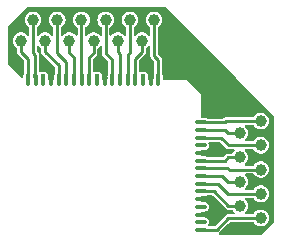
<source format=gbr>
%TF.GenerationSoftware,KiCad,Pcbnew,7.0.7*%
%TF.CreationDate,2024-03-24T16:36:28-04:00*%
%TF.ProjectId,RCP-FLEX,5243502d-464c-4455-982e-6b696361645f,rev?*%
%TF.SameCoordinates,Original*%
%TF.FileFunction,Copper,L1,Top*%
%TF.FilePolarity,Positive*%
%FSLAX46Y46*%
G04 Gerber Fmt 4.6, Leading zero omitted, Abs format (unit mm)*
G04 Created by KiCad (PCBNEW 7.0.7) date 2024-03-24 16:36:28*
%MOMM*%
%LPD*%
G01*
G04 APERTURE LIST*
%TA.AperFunction,SMDPad,CuDef*%
%ADD10C,1.000000*%
%TD*%
%TA.AperFunction,ComponentPad*%
%ADD11O,0.400000X1.000000*%
%TD*%
%TA.AperFunction,ComponentPad*%
%ADD12O,1.000000X0.400000*%
%TD*%
%TA.AperFunction,ViaPad*%
%ADD13C,0.800000*%
%TD*%
%TA.AperFunction,ViaPad*%
%ADD14C,0.400000*%
%TD*%
%TA.AperFunction,Conductor*%
%ADD15C,0.100000*%
%TD*%
%TA.AperFunction,Conductor*%
%ADD16C,0.250000*%
%TD*%
G04 APERTURE END LIST*
D10*
%TO.P,TP51,1,1*%
%TO.N,GND*%
X171900000Y-60050000D03*
%TD*%
%TO.P,TP51,1,1*%
%TO.N,GND*%
X173300000Y-61550000D03*
%TD*%
%TO.P,TP51,1,1*%
%TO.N,GND*%
X177700000Y-65850000D03*
%TD*%
%TO.P,TP51,1,1*%
%TO.N,GND*%
X176200000Y-64450000D03*
%TD*%
%TO.P,TP51,1,1*%
%TO.N,GND*%
X174800000Y-62950000D03*
%TD*%
%TO.P,TP59,1,1*%
%TO.N,Net-(TP26-Pad1)*%
X177700000Y-72125000D03*
%TD*%
D11*
%TO.P,TP2,1,1*%
%TO.N,Net-(TP2-Pad1)*%
X160415000Y-63500000D03*
%TD*%
%TO.P,TP9,1,1*%
%TO.N,Net-(TP42-Pad1)*%
X164965000Y-63500000D03*
%TD*%
D10*
%TO.P,TP42,1,1*%
%TO.N,Net-(TP42-Pad1)*%
X165325000Y-60200000D03*
%TD*%
%TO.P,TP38,1,1*%
%TO.N,Net-(TP38-Pad1)*%
X161225000Y-60200000D03*
%TD*%
%TO.P,TP57,1,1*%
%TO.N,Net-(TP24-Pad1)*%
X177700000Y-70075000D03*
%TD*%
D12*
%TO.P,TP31,1,1*%
%TO.N,GND*%
X174390000Y-74910000D03*
%TD*%
D10*
%TO.P,TP58,1,1*%
%TO.N,Net-(TP25-Pad1)*%
X179475000Y-71100000D03*
%TD*%
%TO.P,TP54,1,1*%
%TO.N,Net-(TP21-Pad1)*%
X179475000Y-69050000D03*
%TD*%
D11*
%TO.P,TP5,1,1*%
%TO.N,Net-(TP38-Pad1)*%
X162365000Y-63500000D03*
%TD*%
D10*
%TO.P,TP66,1,1*%
%TO.N,Net-(TP33-Pad1)*%
X179475000Y-75200000D03*
%TD*%
D12*
%TO.P,TP24,1,1*%
%TO.N,Net-(TP24-Pad1)*%
X174390000Y-70360000D03*
%TD*%
D11*
%TO.P,TP1,1,1*%
%TO.N,Net-(TP1-Pad1)*%
X159765000Y-63500000D03*
%TD*%
%TO.P,TP6,1,1*%
%TO.N,Net-(TP39-Pad1)*%
X163015000Y-63500000D03*
%TD*%
D12*
%TO.P,TP23,1,1*%
%TO.N,GND*%
X174390000Y-69710000D03*
%TD*%
D11*
%TO.P,TP14,1,1*%
%TO.N,Net-(TP14-Pad1)*%
X168215000Y-63500000D03*
%TD*%
D10*
%TO.P,TP35,1,1*%
%TO.N,Net-(TP2-Pad1)*%
X160200000Y-58425000D03*
%TD*%
D11*
%TO.P,TP11,1,1*%
%TO.N,GND*%
X166265000Y-63500000D03*
%TD*%
D10*
%TO.P,TP45,1,1*%
%TO.N,Net-(TP12-Pad1)*%
X166350000Y-58425000D03*
%TD*%
D11*
%TO.P,TP18,1,1*%
%TO.N,Net-(TP18-Pad1)*%
X170815000Y-63500000D03*
%TD*%
%TO.P,TP17,1,1*%
%TO.N,GND*%
X170165000Y-63500000D03*
%TD*%
%TO.P,TP4,1,1*%
%TO.N,GND*%
X161715000Y-63500000D03*
%TD*%
%TO.P,TP10,1,1*%
%TO.N,unconnected-(TP10-Pad1)*%
X165615000Y-63500000D03*
%TD*%
D12*
%TO.P,TP29,1,1*%
%TO.N,GND*%
X174390000Y-73610000D03*
%TD*%
%TO.P,TP27,1,1*%
%TO.N,Net-(TP27-Pad1)*%
X174390000Y-72310000D03*
%TD*%
D10*
%TO.P,TP40,1,1*%
%TO.N,Net-(TP40-Pad1)*%
X163275000Y-60200000D03*
%TD*%
D11*
%TO.P,TP15,1,1*%
%TO.N,Net-(TP15-Pad1)*%
X168865000Y-63500000D03*
%TD*%
%TO.P,TP12,1,1*%
%TO.N,Net-(TP12-Pad1)*%
X166915000Y-63500000D03*
%TD*%
D10*
%TO.P,TP34,1,1*%
%TO.N,Net-(TP1-Pad1)*%
X159175000Y-60200000D03*
%TD*%
%TO.P,TP52,1,1*%
%TO.N,Net-(TP19-Pad1)*%
X179475000Y-67000000D03*
%TD*%
D11*
%TO.P,TP7,1,1*%
%TO.N,Net-(TP40-Pad1)*%
X163665000Y-63500000D03*
%TD*%
%TO.P,TP8,1,1*%
%TO.N,Net-(TP41-Pad1)*%
X164315000Y-63500000D03*
%TD*%
%TO.P,TP16,1,1*%
%TO.N,unconnected-(TP16-Pad1)*%
X169515000Y-63500000D03*
%TD*%
D10*
%TO.P,TP39,1,1*%
%TO.N,Net-(TP39-Pad1)*%
X162250000Y-58425000D03*
%TD*%
%TO.P,TP51,1,1*%
%TO.N,Net-(TP18-Pad1)*%
X170450000Y-58425000D03*
%TD*%
D12*
%TO.P,TP20,1,1*%
%TO.N,Net-(TP20-Pad1)*%
X174390000Y-67760000D03*
%TD*%
%TO.P,TP25,1,1*%
%TO.N,Net-(TP25-Pad1)*%
X174390000Y-71010000D03*
%TD*%
D10*
%TO.P,TP48,1,1*%
%TO.N,Net-(TP15-Pad1)*%
X169425000Y-60200000D03*
%TD*%
D12*
%TO.P,TP21,1,1*%
%TO.N,Net-(TP21-Pad1)*%
X174390000Y-68410000D03*
%TD*%
%TO.P,TP22,1,1*%
%TO.N,unconnected-(TP22-Pad1)*%
X174390000Y-69060000D03*
%TD*%
D10*
%TO.P,TP61,1,1*%
%TO.N,Net-(TP28-Pad1)*%
X177700000Y-74175000D03*
%TD*%
D11*
%TO.P,TP3,1,1*%
%TO.N,unconnected-(TP3-Pad1)*%
X161065000Y-63500000D03*
%TD*%
D12*
%TO.P,TP30,1,1*%
%TO.N,unconnected-(TP30-Pad1)*%
X174390000Y-74260000D03*
%TD*%
D10*
%TO.P,TP60,1,1*%
%TO.N,Net-(TP27-Pad1)*%
X179475000Y-73150000D03*
%TD*%
D12*
%TO.P,TP19,1,1*%
%TO.N,Net-(TP19-Pad1)*%
X174390000Y-67110000D03*
%TD*%
%TO.P,TP33,1,1*%
%TO.N,Net-(TP33-Pad1)*%
X174390000Y-76210000D03*
%TD*%
D10*
%TO.P,TP53,1,1*%
%TO.N,Net-(TP20-Pad1)*%
X177700000Y-68025000D03*
%TD*%
D12*
%TO.P,TP28,1,1*%
%TO.N,Net-(TP28-Pad1)*%
X174390000Y-72960000D03*
%TD*%
D10*
%TO.P,TP41,1,1*%
%TO.N,Net-(TP41-Pad1)*%
X164300000Y-58425000D03*
%TD*%
D12*
%TO.P,TP26,1,1*%
%TO.N,Net-(TP26-Pad1)*%
X174390000Y-71660000D03*
%TD*%
%TO.P,TP32,1,1*%
%TO.N,unconnected-(TP32-Pad1)*%
X174390000Y-75560000D03*
%TD*%
D11*
%TO.P,TP13,1,1*%
%TO.N,Net-(TP13-Pad1)*%
X167565000Y-63500000D03*
%TD*%
D10*
%TO.P,TP47,1,1*%
%TO.N,Net-(TP14-Pad1)*%
X168400000Y-58425000D03*
%TD*%
%TO.P,TP46,1,1*%
%TO.N,Net-(TP13-Pad1)*%
X167375000Y-60200000D03*
%TD*%
D13*
%TO.N,GND*%
X173325000Y-60125000D03*
X174725000Y-61525000D03*
X176225000Y-63025000D03*
X177625000Y-64425000D03*
X176275000Y-65875000D03*
X174775000Y-64375000D03*
X173375000Y-62975000D03*
X171875000Y-61475000D03*
D14*
%TO.N,Net-(TP1-Pad1)*%
X159760000Y-63200000D03*
%TO.N,Net-(TP2-Pad1)*%
X160410000Y-63200000D03*
%TO.N,Net-(TP38-Pad1)*%
X162360000Y-63200000D03*
%TO.N,Net-(TP39-Pad1)*%
X163010000Y-63200000D03*
%TO.N,Net-(TP40-Pad1)*%
X163660000Y-63200000D03*
%TO.N,Net-(TP41-Pad1)*%
X164310000Y-63200000D03*
%TO.N,Net-(TP42-Pad1)*%
X164960000Y-63200000D03*
%TO.N,Net-(TP12-Pad1)*%
X166910000Y-63200000D03*
%TO.N,Net-(TP13-Pad1)*%
X167560000Y-63200000D03*
%TO.N,Net-(TP14-Pad1)*%
X168210000Y-63200000D03*
%TO.N,Net-(TP15-Pad1)*%
X168860000Y-63200000D03*
%TO.N,Net-(TP18-Pad1)*%
X170810000Y-63200000D03*
%TO.N,Net-(TP19-Pad1)*%
X174690000Y-67110000D03*
%TO.N,Net-(TP20-Pad1)*%
X174690000Y-67760000D03*
%TO.N,Net-(TP21-Pad1)*%
X174690000Y-68410000D03*
%TO.N,Net-(TP24-Pad1)*%
X174690000Y-70360000D03*
%TO.N,Net-(TP25-Pad1)*%
X174690000Y-71010000D03*
%TO.N,Net-(TP26-Pad1)*%
X174690000Y-71660000D03*
%TO.N,Net-(TP27-Pad1)*%
X174690000Y-72310000D03*
%TO.N,Net-(TP28-Pad1)*%
X174690000Y-72960000D03*
%TO.N,Net-(TP33-Pad1)*%
X174690000Y-76210000D03*
%TO.N,unconnected-(TP3-Pad1)*%
X161070000Y-63200000D03*
%TO.N,unconnected-(TP10-Pad1)*%
X165620000Y-63200000D03*
%TO.N,unconnected-(TP16-Pad1)*%
X169510000Y-63200000D03*
%TO.N,unconnected-(TP22-Pad1)*%
X174690000Y-69060000D03*
%TO.N,unconnected-(TP30-Pad1)*%
X174690000Y-74260000D03*
%TO.N,unconnected-(TP32-Pad1)*%
X174690000Y-75560000D03*
%TO.N,GND*%
X174690000Y-73610000D03*
X170160000Y-63200000D03*
X174690000Y-69710000D03*
X174690000Y-74910000D03*
X166260000Y-63200000D03*
X161720000Y-63200000D03*
%TD*%
D15*
%TO.N,Net-(TP1-Pad1)*%
X159765000Y-63205000D02*
X159760000Y-63200000D01*
D16*
X159760000Y-61760000D02*
X159760000Y-63200000D01*
X159175000Y-61175000D02*
X159760000Y-61760000D01*
D15*
X159765000Y-63500000D02*
X159765000Y-63205000D01*
D16*
X159175000Y-60200000D02*
X159175000Y-61175000D01*
D15*
%TO.N,Net-(TP2-Pad1)*%
X160415000Y-63205000D02*
X160410000Y-63200000D01*
X160415000Y-63500000D02*
X160415000Y-63205000D01*
D16*
X160410000Y-61435000D02*
X160410000Y-63200000D01*
X160200000Y-61225000D02*
X160410000Y-61435000D01*
X160200000Y-58425000D02*
X160200000Y-61225000D01*
D15*
%TO.N,Net-(TP38-Pad1)*%
X162365000Y-63500000D02*
X162365000Y-63205000D01*
D16*
X162360000Y-62285000D02*
X162360000Y-63200000D01*
D15*
X162365000Y-63205000D02*
X162360000Y-63200000D01*
D16*
X161225000Y-61150000D02*
X162360000Y-62285000D01*
X161225000Y-60200000D02*
X161225000Y-61150000D01*
D15*
%TO.N,Net-(TP39-Pad1)*%
X163015000Y-63205000D02*
X163010000Y-63200000D01*
D16*
X162250000Y-58425000D02*
X162250000Y-61250000D01*
D15*
X163015000Y-63500000D02*
X163015000Y-63205000D01*
D16*
X163010000Y-62010000D02*
X163010000Y-63200000D01*
X162250000Y-61250000D02*
X163010000Y-62010000D01*
D15*
%TO.N,Net-(TP40-Pad1)*%
X163665000Y-63500000D02*
X163665000Y-63205000D01*
D16*
X163275000Y-60200000D02*
X163275000Y-61225000D01*
X163660000Y-61610000D02*
X163660000Y-63200000D01*
D15*
X163665000Y-63205000D02*
X163660000Y-63200000D01*
D16*
X163275000Y-61225000D02*
X163660000Y-61610000D01*
D15*
%TO.N,Net-(TP41-Pad1)*%
X164315000Y-63500000D02*
X164315000Y-63205000D01*
X164315000Y-63205000D02*
X164310000Y-63200000D01*
D16*
X164300000Y-58425000D02*
X164300000Y-63190000D01*
X164300000Y-63190000D02*
X164310000Y-63200000D01*
%TO.N,Net-(TP42-Pad1)*%
X165325000Y-60200000D02*
X165325000Y-61250000D01*
D15*
X164965000Y-63500000D02*
X164965000Y-63205000D01*
X164965000Y-63205000D02*
X164960000Y-63200000D01*
D16*
X165325000Y-61250000D02*
X164960000Y-61615000D01*
X164960000Y-61615000D02*
X164960000Y-63200000D01*
%TO.N,Net-(TP12-Pad1)*%
X166350000Y-61250000D02*
X166910000Y-61810000D01*
D15*
X166915000Y-63205000D02*
X166910000Y-63200000D01*
D16*
X166910000Y-61810000D02*
X166910000Y-63200000D01*
X166350000Y-58425000D02*
X166350000Y-61250000D01*
D15*
X166915000Y-63500000D02*
X166915000Y-63205000D01*
D16*
%TO.N,Net-(TP13-Pad1)*%
X167375000Y-61175000D02*
X167560000Y-61360000D01*
D15*
X167565000Y-63205000D02*
X167560000Y-63200000D01*
X167565000Y-63500000D02*
X167565000Y-63205000D01*
D16*
X167375000Y-60200000D02*
X167375000Y-61175000D01*
X167560000Y-61360000D02*
X167560000Y-63200000D01*
%TO.N,Net-(TP14-Pad1)*%
X168400000Y-58425000D02*
X168400000Y-61175000D01*
D15*
X168215000Y-63205000D02*
X168210000Y-63200000D01*
D16*
X168210000Y-61365000D02*
X168210000Y-63200000D01*
D15*
X168215000Y-63500000D02*
X168215000Y-63205000D01*
D16*
X168400000Y-61175000D02*
X168210000Y-61365000D01*
%TO.N,Net-(TP15-Pad1)*%
X169425000Y-61175000D02*
X168860000Y-61740000D01*
D15*
X168865000Y-63500000D02*
X168865000Y-63205000D01*
D16*
X169425000Y-60200000D02*
X169425000Y-61175000D01*
D15*
X168865000Y-63205000D02*
X168860000Y-63200000D01*
D16*
X168860000Y-61740000D02*
X168860000Y-63200000D01*
D15*
%TO.N,Net-(TP18-Pad1)*%
X170815000Y-63500000D02*
X170815000Y-63205000D01*
D16*
X170450000Y-58425000D02*
X170450000Y-61450000D01*
D15*
X170815000Y-63205000D02*
X170810000Y-63200000D01*
D16*
X170450000Y-61450000D02*
X170810000Y-61810000D01*
X170810000Y-61810000D02*
X170810000Y-63200000D01*
%TO.N,Net-(TP19-Pad1)*%
X176575000Y-67000000D02*
X176465000Y-67110000D01*
X179475000Y-67000000D02*
X176575000Y-67000000D01*
X176465000Y-67110000D02*
X174690000Y-67110000D01*
D15*
X174390000Y-67110000D02*
X174690000Y-67110000D01*
D16*
%TO.N,Net-(TP20-Pad1)*%
X177700000Y-68025000D02*
X176700000Y-68025000D01*
X176700000Y-68025000D02*
X176435000Y-67760000D01*
X176435000Y-67760000D02*
X174690000Y-67760000D01*
D15*
X174390000Y-67760000D02*
X174690000Y-67760000D01*
D16*
%TO.N,Net-(TP21-Pad1)*%
X179475000Y-69050000D02*
X176775000Y-69050000D01*
X176135000Y-68410000D02*
X174690000Y-68410000D01*
D15*
X174390000Y-68410000D02*
X174690000Y-68410000D01*
D16*
X176775000Y-69050000D02*
X176135000Y-68410000D01*
D15*
%TO.N,Net-(TP24-Pad1)*%
X174390000Y-70360000D02*
X174690000Y-70360000D01*
D16*
X176440000Y-70360000D02*
X174690000Y-70360000D01*
X176725000Y-70075000D02*
X176440000Y-70360000D01*
X177700000Y-70075000D02*
X176725000Y-70075000D01*
D15*
%TO.N,Net-(TP25-Pad1)*%
X174390000Y-71010000D02*
X174690000Y-71010000D01*
D16*
X179475000Y-71100000D02*
X176825000Y-71100000D01*
X176825000Y-71100000D02*
X176735000Y-71010000D01*
X176735000Y-71010000D02*
X174690000Y-71010000D01*
%TO.N,Net-(TP26-Pad1)*%
X176235000Y-71660000D02*
X174690000Y-71660000D01*
X177700000Y-72125000D02*
X176700000Y-72125000D01*
D15*
X174390000Y-71660000D02*
X174690000Y-71660000D01*
D16*
X176700000Y-72125000D02*
X176235000Y-71660000D01*
%TO.N,Net-(TP27-Pad1)*%
X179475000Y-73150000D02*
X176675000Y-73150000D01*
D15*
X174390000Y-72310000D02*
X174690000Y-72310000D01*
D16*
X176675000Y-73150000D02*
X175835000Y-72310000D01*
X175835000Y-72310000D02*
X174690000Y-72310000D01*
%TO.N,Net-(TP28-Pad1)*%
X175535000Y-72960000D02*
X174690000Y-72960000D01*
X176750000Y-74175000D02*
X175535000Y-72960000D01*
D15*
X174390000Y-72960000D02*
X174690000Y-72960000D01*
D16*
X177700000Y-74175000D02*
X176750000Y-74175000D01*
%TO.N,Net-(TP33-Pad1)*%
X175740000Y-76210000D02*
X174690000Y-76210000D01*
D15*
X174390000Y-76210000D02*
X174690000Y-76210000D01*
D16*
X179475000Y-75200000D02*
X176750000Y-75200000D01*
X176750000Y-75200000D02*
X175740000Y-76210000D01*
%TO.N,unconnected-(TP3-Pad1)*%
X161065000Y-63205000D02*
X161070000Y-63200000D01*
X161065000Y-63500000D02*
X161065000Y-63205000D01*
%TO.N,unconnected-(TP10-Pad1)*%
X165615000Y-63205000D02*
X165620000Y-63200000D01*
X165615000Y-63500000D02*
X165615000Y-63205000D01*
%TO.N,unconnected-(TP16-Pad1)*%
X169515000Y-63205000D02*
X169510000Y-63200000D01*
X169515000Y-63500000D02*
X169515000Y-63205000D01*
%TO.N,unconnected-(TP22-Pad1)*%
X174390000Y-69060000D02*
X174690000Y-69060000D01*
%TO.N,unconnected-(TP30-Pad1)*%
X174390000Y-74260000D02*
X174690000Y-74260000D01*
%TO.N,unconnected-(TP32-Pad1)*%
X174390000Y-75560000D02*
X174690000Y-75560000D01*
%TO.N,GND*%
X166265000Y-63500000D02*
X166265000Y-63205000D01*
X174390000Y-73610000D02*
X174690000Y-73610000D01*
X170165000Y-63205000D02*
X170160000Y-63200000D01*
X174390000Y-69710000D02*
X174690000Y-69710000D01*
X161715000Y-63205000D02*
X161720000Y-63200000D01*
X174390000Y-74910000D02*
X174690000Y-74910000D01*
X166265000Y-63205000D02*
X166260000Y-63200000D01*
X161715000Y-63500000D02*
X161715000Y-63205000D01*
X170165000Y-63500000D02*
X170165000Y-63205000D01*
%TD*%
%TA.AperFunction,Conductor*%
%TO.N,GND*%
G36*
X171416819Y-57369407D02*
G01*
X171428820Y-57379685D01*
X177474877Y-63458691D01*
X180545694Y-66546243D01*
X180573323Y-66600835D01*
X180574500Y-66616056D01*
X180574500Y-75583783D01*
X180555593Y-75641974D01*
X180545504Y-75653787D01*
X179603827Y-76595463D01*
X179549310Y-76623240D01*
X179533728Y-76624459D01*
X176032181Y-76621083D01*
X175974008Y-76602120D01*
X175938092Y-76552585D01*
X175938151Y-76491400D01*
X175956436Y-76458449D01*
X175978827Y-76431763D01*
X175981726Y-76428598D01*
X176669771Y-75740555D01*
X176855831Y-75554496D01*
X176910347Y-75526719D01*
X176925834Y-75525500D01*
X178796546Y-75525500D01*
X178854737Y-75544407D01*
X178878019Y-75568259D01*
X178937055Y-75653787D01*
X178946816Y-75667927D01*
X178946818Y-75667930D01*
X178989260Y-75705530D01*
X179074148Y-75780734D01*
X179224775Y-75859790D01*
X179389944Y-75900500D01*
X179389947Y-75900500D01*
X179560053Y-75900500D01*
X179560056Y-75900500D01*
X179725225Y-75859790D01*
X179875852Y-75780734D01*
X180003183Y-75667929D01*
X180099818Y-75527930D01*
X180160140Y-75368872D01*
X180180645Y-75200000D01*
X180160140Y-75031128D01*
X180099818Y-74872070D01*
X180003183Y-74732071D01*
X179875852Y-74619266D01*
X179725225Y-74540210D01*
X179725224Y-74540209D01*
X179725223Y-74540209D01*
X179560058Y-74499500D01*
X179560056Y-74499500D01*
X179389944Y-74499500D01*
X179389941Y-74499500D01*
X179224776Y-74540209D01*
X179074146Y-74619267D01*
X178946818Y-74732069D01*
X178946816Y-74732071D01*
X178946817Y-74732071D01*
X178889550Y-74815037D01*
X178878021Y-74831739D01*
X178829405Y-74868888D01*
X178796546Y-74874500D01*
X178227835Y-74874500D01*
X178169644Y-74855593D01*
X178133680Y-74806093D01*
X178133680Y-74744907D01*
X178162186Y-74701397D01*
X178162361Y-74701242D01*
X178228183Y-74642929D01*
X178324818Y-74502930D01*
X178385140Y-74343872D01*
X178405645Y-74175000D01*
X178385140Y-74006128D01*
X178324818Y-73847070D01*
X178228183Y-73707071D01*
X178162185Y-73648602D01*
X178131167Y-73595863D01*
X178137073Y-73534963D01*
X178177646Y-73489165D01*
X178227835Y-73475500D01*
X178796546Y-73475500D01*
X178854737Y-73494407D01*
X178878019Y-73518259D01*
X178946817Y-73617929D01*
X179074148Y-73730734D01*
X179224775Y-73809790D01*
X179389944Y-73850500D01*
X179389947Y-73850500D01*
X179560053Y-73850500D01*
X179560056Y-73850500D01*
X179725225Y-73809790D01*
X179875852Y-73730734D01*
X180003183Y-73617929D01*
X180099818Y-73477930D01*
X180160140Y-73318872D01*
X180180645Y-73150000D01*
X180160140Y-72981128D01*
X180099818Y-72822070D01*
X180003183Y-72682071D01*
X179978773Y-72660446D01*
X179875853Y-72569267D01*
X179875852Y-72569266D01*
X179725225Y-72490210D01*
X179725224Y-72490209D01*
X179725223Y-72490209D01*
X179560058Y-72449500D01*
X179560056Y-72449500D01*
X179389944Y-72449500D01*
X179389941Y-72449500D01*
X179224776Y-72490209D01*
X179074146Y-72569267D01*
X178946818Y-72682069D01*
X178946816Y-72682072D01*
X178919492Y-72721658D01*
X178889550Y-72765037D01*
X178878021Y-72781739D01*
X178829405Y-72818888D01*
X178796546Y-72824500D01*
X178227835Y-72824500D01*
X178169644Y-72805593D01*
X178133680Y-72756093D01*
X178133680Y-72694907D01*
X178162186Y-72651397D01*
X178194219Y-72623018D01*
X178228183Y-72592929D01*
X178324818Y-72452930D01*
X178385140Y-72293872D01*
X178405645Y-72125000D01*
X178385140Y-71956128D01*
X178324818Y-71797070D01*
X178228183Y-71657071D01*
X178162185Y-71598602D01*
X178131167Y-71545863D01*
X178137073Y-71484963D01*
X178177646Y-71439165D01*
X178227835Y-71425500D01*
X178796546Y-71425500D01*
X178854737Y-71444407D01*
X178878019Y-71468259D01*
X178946817Y-71567929D01*
X179074148Y-71680734D01*
X179224775Y-71759790D01*
X179389944Y-71800500D01*
X179389947Y-71800500D01*
X179560053Y-71800500D01*
X179560056Y-71800500D01*
X179725225Y-71759790D01*
X179875852Y-71680734D01*
X180003183Y-71567929D01*
X180099818Y-71427930D01*
X180160140Y-71268872D01*
X180180645Y-71100000D01*
X180160140Y-70931128D01*
X180099818Y-70772070D01*
X180003183Y-70632071D01*
X179875852Y-70519266D01*
X179725225Y-70440210D01*
X179725224Y-70440209D01*
X179725223Y-70440209D01*
X179560058Y-70399500D01*
X179560056Y-70399500D01*
X179389944Y-70399500D01*
X179389941Y-70399500D01*
X179224776Y-70440209D01*
X179074146Y-70519267D01*
X178946818Y-70632069D01*
X178946816Y-70632071D01*
X178946817Y-70632071D01*
X178889550Y-70715037D01*
X178878021Y-70731739D01*
X178829405Y-70768888D01*
X178796546Y-70774500D01*
X178227835Y-70774500D01*
X178169644Y-70755593D01*
X178133680Y-70706093D01*
X178133680Y-70644907D01*
X178162186Y-70601397D01*
X178186214Y-70580110D01*
X178228183Y-70542929D01*
X178324818Y-70402930D01*
X178385140Y-70243872D01*
X178405645Y-70075000D01*
X178385140Y-69906128D01*
X178324818Y-69747070D01*
X178228183Y-69607071D01*
X178162185Y-69548602D01*
X178131167Y-69495863D01*
X178137073Y-69434963D01*
X178177646Y-69389165D01*
X178227835Y-69375500D01*
X178796546Y-69375500D01*
X178854737Y-69394407D01*
X178878019Y-69418259D01*
X178946817Y-69517929D01*
X179074148Y-69630734D01*
X179224775Y-69709790D01*
X179389944Y-69750500D01*
X179389947Y-69750500D01*
X179560053Y-69750500D01*
X179560056Y-69750500D01*
X179725225Y-69709790D01*
X179875852Y-69630734D01*
X180003183Y-69517929D01*
X180099818Y-69377930D01*
X180160140Y-69218872D01*
X180180645Y-69050000D01*
X180160140Y-68881128D01*
X180099818Y-68722070D01*
X180003183Y-68582071D01*
X179875852Y-68469266D01*
X179725225Y-68390210D01*
X179725224Y-68390209D01*
X179725223Y-68390209D01*
X179560058Y-68349500D01*
X179560056Y-68349500D01*
X179389944Y-68349500D01*
X179389941Y-68349500D01*
X179224776Y-68390209D01*
X179074146Y-68469267D01*
X178946818Y-68582069D01*
X178946816Y-68582071D01*
X178946817Y-68582071D01*
X178889550Y-68665037D01*
X178878021Y-68681739D01*
X178829405Y-68718888D01*
X178796546Y-68724500D01*
X178227835Y-68724500D01*
X178169644Y-68705593D01*
X178133680Y-68656093D01*
X178133680Y-68594907D01*
X178162186Y-68551397D01*
X178180351Y-68535304D01*
X178228183Y-68492929D01*
X178324818Y-68352930D01*
X178385140Y-68193872D01*
X178405645Y-68025000D01*
X178385140Y-67856128D01*
X178324818Y-67697070D01*
X178228183Y-67557071D01*
X178162185Y-67498602D01*
X178131167Y-67445863D01*
X178137073Y-67384963D01*
X178177646Y-67339165D01*
X178227835Y-67325500D01*
X178796546Y-67325500D01*
X178854737Y-67344407D01*
X178878019Y-67368259D01*
X178930483Y-67444266D01*
X178946816Y-67467927D01*
X178946818Y-67467930D01*
X178981441Y-67498603D01*
X179074148Y-67580734D01*
X179224775Y-67659790D01*
X179389944Y-67700500D01*
X179389947Y-67700500D01*
X179560053Y-67700500D01*
X179560056Y-67700500D01*
X179725225Y-67659790D01*
X179875852Y-67580734D01*
X180003183Y-67467929D01*
X180099818Y-67327930D01*
X180160140Y-67168872D01*
X180180645Y-67000000D01*
X180160140Y-66831128D01*
X180099818Y-66672070D01*
X180003183Y-66532071D01*
X179875852Y-66419266D01*
X179725225Y-66340210D01*
X179725224Y-66340209D01*
X179725223Y-66340209D01*
X179560058Y-66299500D01*
X179560056Y-66299500D01*
X179389944Y-66299500D01*
X179389941Y-66299500D01*
X179224776Y-66340209D01*
X179074146Y-66419267D01*
X178946818Y-66532069D01*
X178946816Y-66532072D01*
X178878021Y-66631739D01*
X178829405Y-66668888D01*
X178796546Y-66674500D01*
X176591362Y-66674500D01*
X176587061Y-66674312D01*
X176546193Y-66670737D01*
X176546186Y-66670737D01*
X176506575Y-66681351D01*
X176502360Y-66682285D01*
X176461958Y-66689410D01*
X176461951Y-66689413D01*
X176460632Y-66690175D01*
X176436790Y-66700050D01*
X176435326Y-66700442D01*
X176435312Y-66700448D01*
X176401720Y-66723969D01*
X176398079Y-66726289D01*
X176362545Y-66746804D01*
X176360587Y-66749139D01*
X176357364Y-66751152D01*
X176355911Y-66752372D01*
X176355739Y-66752167D01*
X176308697Y-66781560D01*
X176284751Y-66784500D01*
X174957114Y-66784500D01*
X174912168Y-66773709D01*
X174815304Y-66724354D01*
X174815305Y-66724354D01*
X174721519Y-66709500D01*
X174690001Y-66704508D01*
X174690000Y-66704508D01*
X174666178Y-66708281D01*
X174650691Y-66709500D01*
X174497932Y-66709500D01*
X174439741Y-66690593D01*
X174403777Y-66641093D01*
X174398932Y-66610417D01*
X174400489Y-64761950D01*
X174400540Y-64750002D01*
X174400542Y-64750000D01*
X174400424Y-64749716D01*
X174400423Y-64749715D01*
X174400382Y-64749616D01*
X174387086Y-64736181D01*
X174386489Y-64735781D01*
X173161522Y-63510813D01*
X173150382Y-63499616D01*
X173150284Y-63499576D01*
X173150000Y-63499458D01*
X173149999Y-63499458D01*
X173130330Y-63499460D01*
X173130135Y-63499500D01*
X171314500Y-63499500D01*
X171256309Y-63480593D01*
X171220345Y-63431093D01*
X171215500Y-63400500D01*
X171215500Y-63168478D01*
X171200646Y-63074696D01*
X171151291Y-62977832D01*
X171146289Y-62968016D01*
X171135500Y-62923072D01*
X171135500Y-61826373D01*
X171135687Y-61822072D01*
X171139264Y-61781193D01*
X171128640Y-61741548D01*
X171127710Y-61737348D01*
X171124797Y-61720829D01*
X171120588Y-61696955D01*
X171119840Y-61695659D01*
X171109942Y-61671767D01*
X171109554Y-61670316D01*
X171109552Y-61670313D01*
X171109551Y-61670311D01*
X171086025Y-61636712D01*
X171083703Y-61633068D01*
X171081477Y-61629213D01*
X171063194Y-61597545D01*
X171031759Y-61571167D01*
X171028582Y-61568256D01*
X170804496Y-61344169D01*
X170776719Y-61289653D01*
X170775500Y-61274166D01*
X170775500Y-59105129D01*
X170794407Y-59046938D01*
X170828493Y-59017469D01*
X170850852Y-59005734D01*
X170857803Y-58999576D01*
X170978183Y-58892929D01*
X171074818Y-58752930D01*
X171135140Y-58593872D01*
X171155645Y-58425000D01*
X171135140Y-58256128D01*
X171074818Y-58097070D01*
X170978183Y-57957071D01*
X170850852Y-57844266D01*
X170700225Y-57765210D01*
X170700224Y-57765209D01*
X170700223Y-57765209D01*
X170535058Y-57724500D01*
X170535056Y-57724500D01*
X170364944Y-57724500D01*
X170364941Y-57724500D01*
X170199776Y-57765209D01*
X170049146Y-57844267D01*
X169921818Y-57957069D01*
X169921816Y-57957071D01*
X169921817Y-57957071D01*
X169825182Y-58097070D01*
X169764860Y-58256128D01*
X169744355Y-58425000D01*
X169764860Y-58593872D01*
X169825182Y-58752930D01*
X169921816Y-58892927D01*
X169921818Y-58892930D01*
X170049147Y-59005734D01*
X170071507Y-59017469D01*
X170114246Y-59061253D01*
X170124500Y-59105129D01*
X170124500Y-59664406D01*
X170105593Y-59722597D01*
X170056093Y-59758561D01*
X169994907Y-59758561D01*
X169958717Y-59734853D01*
X169957665Y-59736042D01*
X169953180Y-59732069D01*
X169825852Y-59619266D01*
X169675225Y-59540210D01*
X169675224Y-59540209D01*
X169675223Y-59540209D01*
X169510058Y-59499500D01*
X169510056Y-59499500D01*
X169339944Y-59499500D01*
X169339941Y-59499500D01*
X169174776Y-59540209D01*
X169024146Y-59619267D01*
X168973195Y-59664406D01*
X168896820Y-59732069D01*
X168892335Y-59736042D01*
X168890996Y-59734530D01*
X168845853Y-59761076D01*
X168784954Y-59755165D01*
X168739160Y-59714587D01*
X168725500Y-59664406D01*
X168725500Y-59105129D01*
X168744407Y-59046938D01*
X168778493Y-59017469D01*
X168800852Y-59005734D01*
X168807803Y-58999576D01*
X168928183Y-58892929D01*
X169024818Y-58752930D01*
X169085140Y-58593872D01*
X169105645Y-58425000D01*
X169085140Y-58256128D01*
X169024818Y-58097070D01*
X168928183Y-57957071D01*
X168800852Y-57844266D01*
X168650225Y-57765210D01*
X168650224Y-57765209D01*
X168650223Y-57765209D01*
X168485058Y-57724500D01*
X168485056Y-57724500D01*
X168314944Y-57724500D01*
X168314941Y-57724500D01*
X168149776Y-57765209D01*
X167999146Y-57844267D01*
X167871818Y-57957069D01*
X167871816Y-57957071D01*
X167871817Y-57957071D01*
X167775182Y-58097070D01*
X167714860Y-58256128D01*
X167694355Y-58425000D01*
X167714860Y-58593872D01*
X167775182Y-58752930D01*
X167871816Y-58892927D01*
X167871818Y-58892930D01*
X167999147Y-59005734D01*
X168021507Y-59017469D01*
X168064246Y-59061253D01*
X168074500Y-59105129D01*
X168074500Y-59664406D01*
X168055593Y-59722597D01*
X168006093Y-59758561D01*
X167944907Y-59758561D01*
X167908717Y-59734853D01*
X167907665Y-59736042D01*
X167903180Y-59732069D01*
X167775852Y-59619266D01*
X167625225Y-59540210D01*
X167625224Y-59540209D01*
X167625223Y-59540209D01*
X167460058Y-59499500D01*
X167460056Y-59499500D01*
X167289944Y-59499500D01*
X167289941Y-59499500D01*
X167124776Y-59540209D01*
X166974146Y-59619267D01*
X166923195Y-59664406D01*
X166846820Y-59732069D01*
X166842335Y-59736042D01*
X166840996Y-59734530D01*
X166795853Y-59761076D01*
X166734954Y-59755165D01*
X166689160Y-59714587D01*
X166675500Y-59664406D01*
X166675500Y-59105129D01*
X166694407Y-59046938D01*
X166728493Y-59017469D01*
X166750852Y-59005734D01*
X166757803Y-58999576D01*
X166878183Y-58892929D01*
X166974818Y-58752930D01*
X167035140Y-58593872D01*
X167055645Y-58425000D01*
X167035140Y-58256128D01*
X166974818Y-58097070D01*
X166878183Y-57957071D01*
X166750852Y-57844266D01*
X166600225Y-57765210D01*
X166600224Y-57765209D01*
X166600223Y-57765209D01*
X166435058Y-57724500D01*
X166435056Y-57724500D01*
X166264944Y-57724500D01*
X166264941Y-57724500D01*
X166099776Y-57765209D01*
X165949146Y-57844267D01*
X165821818Y-57957069D01*
X165821816Y-57957071D01*
X165821817Y-57957071D01*
X165725182Y-58097070D01*
X165664860Y-58256128D01*
X165644355Y-58425000D01*
X165664860Y-58593872D01*
X165725182Y-58752930D01*
X165821816Y-58892927D01*
X165821818Y-58892930D01*
X165949147Y-59005734D01*
X165971507Y-59017469D01*
X166014246Y-59061253D01*
X166024500Y-59105129D01*
X166024500Y-59664406D01*
X166005593Y-59722597D01*
X165956093Y-59758561D01*
X165894907Y-59758561D01*
X165858717Y-59734853D01*
X165857665Y-59736042D01*
X165853180Y-59732069D01*
X165725852Y-59619266D01*
X165575225Y-59540210D01*
X165575224Y-59540209D01*
X165575223Y-59540209D01*
X165410058Y-59499500D01*
X165410056Y-59499500D01*
X165239944Y-59499500D01*
X165239941Y-59499500D01*
X165074776Y-59540209D01*
X164924146Y-59619267D01*
X164873195Y-59664406D01*
X164796820Y-59732069D01*
X164792335Y-59736042D01*
X164790996Y-59734530D01*
X164745853Y-59761076D01*
X164684954Y-59755165D01*
X164639160Y-59714587D01*
X164625500Y-59664406D01*
X164625500Y-59105129D01*
X164644407Y-59046938D01*
X164678493Y-59017469D01*
X164700852Y-59005734D01*
X164707803Y-58999576D01*
X164828183Y-58892929D01*
X164924818Y-58752930D01*
X164985140Y-58593872D01*
X165005645Y-58425000D01*
X164985140Y-58256128D01*
X164924818Y-58097070D01*
X164828183Y-57957071D01*
X164700852Y-57844266D01*
X164550225Y-57765210D01*
X164550224Y-57765209D01*
X164550223Y-57765209D01*
X164385058Y-57724500D01*
X164385056Y-57724500D01*
X164214944Y-57724500D01*
X164214941Y-57724500D01*
X164049776Y-57765209D01*
X163899146Y-57844267D01*
X163771818Y-57957069D01*
X163771816Y-57957071D01*
X163771817Y-57957071D01*
X163675182Y-58097070D01*
X163614860Y-58256128D01*
X163594355Y-58425000D01*
X163614860Y-58593872D01*
X163675182Y-58752930D01*
X163771816Y-58892927D01*
X163771818Y-58892930D01*
X163899147Y-59005734D01*
X163921507Y-59017469D01*
X163964246Y-59061253D01*
X163974500Y-59105129D01*
X163974500Y-59664406D01*
X163955593Y-59722597D01*
X163906093Y-59758561D01*
X163844907Y-59758561D01*
X163808717Y-59734853D01*
X163807665Y-59736042D01*
X163803180Y-59732069D01*
X163675852Y-59619266D01*
X163525225Y-59540210D01*
X163525224Y-59540209D01*
X163525223Y-59540209D01*
X163360058Y-59499500D01*
X163360056Y-59499500D01*
X163189944Y-59499500D01*
X163189941Y-59499500D01*
X163024776Y-59540209D01*
X162874146Y-59619267D01*
X162823195Y-59664406D01*
X162746820Y-59732069D01*
X162742335Y-59736042D01*
X162740996Y-59734530D01*
X162695853Y-59761076D01*
X162634954Y-59755165D01*
X162589160Y-59714587D01*
X162575500Y-59664406D01*
X162575500Y-59105129D01*
X162594407Y-59046938D01*
X162628493Y-59017469D01*
X162650852Y-59005734D01*
X162657803Y-58999576D01*
X162778183Y-58892929D01*
X162874818Y-58752930D01*
X162935140Y-58593872D01*
X162955645Y-58425000D01*
X162935140Y-58256128D01*
X162874818Y-58097070D01*
X162778183Y-57957071D01*
X162650852Y-57844266D01*
X162500225Y-57765210D01*
X162500224Y-57765209D01*
X162500223Y-57765209D01*
X162335058Y-57724500D01*
X162335056Y-57724500D01*
X162164944Y-57724500D01*
X162164941Y-57724500D01*
X161999776Y-57765209D01*
X161849146Y-57844267D01*
X161721818Y-57957069D01*
X161721816Y-57957071D01*
X161721817Y-57957071D01*
X161625182Y-58097070D01*
X161564860Y-58256128D01*
X161544355Y-58425000D01*
X161564860Y-58593872D01*
X161625182Y-58752930D01*
X161721816Y-58892927D01*
X161721818Y-58892930D01*
X161849147Y-59005734D01*
X161871507Y-59017469D01*
X161914246Y-59061253D01*
X161924500Y-59105129D01*
X161924500Y-59664406D01*
X161905593Y-59722597D01*
X161856093Y-59758561D01*
X161794907Y-59758561D01*
X161758717Y-59734853D01*
X161757665Y-59736042D01*
X161753180Y-59732069D01*
X161625852Y-59619266D01*
X161475225Y-59540210D01*
X161475224Y-59540209D01*
X161475223Y-59540209D01*
X161310058Y-59499500D01*
X161310056Y-59499500D01*
X161139944Y-59499500D01*
X161139941Y-59499500D01*
X160974776Y-59540209D01*
X160824146Y-59619267D01*
X160773195Y-59664406D01*
X160696820Y-59732069D01*
X160692335Y-59736042D01*
X160690996Y-59734530D01*
X160645853Y-59761076D01*
X160584954Y-59755165D01*
X160539160Y-59714587D01*
X160525500Y-59664406D01*
X160525500Y-59105129D01*
X160544407Y-59046938D01*
X160578493Y-59017469D01*
X160600852Y-59005734D01*
X160607803Y-58999576D01*
X160728183Y-58892929D01*
X160824818Y-58752930D01*
X160885140Y-58593872D01*
X160905645Y-58425000D01*
X160885140Y-58256128D01*
X160824818Y-58097070D01*
X160728183Y-57957071D01*
X160600852Y-57844266D01*
X160450225Y-57765210D01*
X160450224Y-57765209D01*
X160450223Y-57765209D01*
X160285058Y-57724500D01*
X160285056Y-57724500D01*
X160114944Y-57724500D01*
X160114941Y-57724500D01*
X159949776Y-57765209D01*
X159799146Y-57844267D01*
X159671818Y-57957069D01*
X159671816Y-57957071D01*
X159671817Y-57957071D01*
X159575182Y-58097070D01*
X159514860Y-58256128D01*
X159494355Y-58425000D01*
X159514860Y-58593872D01*
X159575182Y-58752930D01*
X159671816Y-58892927D01*
X159671818Y-58892930D01*
X159799147Y-59005734D01*
X159821507Y-59017469D01*
X159864246Y-59061253D01*
X159874500Y-59105129D01*
X159874500Y-59664406D01*
X159855593Y-59722597D01*
X159806093Y-59758561D01*
X159744907Y-59758561D01*
X159708717Y-59734853D01*
X159707665Y-59736042D01*
X159703180Y-59732069D01*
X159575852Y-59619266D01*
X159425225Y-59540210D01*
X159425224Y-59540209D01*
X159425223Y-59540209D01*
X159260058Y-59499500D01*
X159260056Y-59499500D01*
X159089944Y-59499500D01*
X159089941Y-59499500D01*
X158924776Y-59540209D01*
X158774146Y-59619267D01*
X158646818Y-59732069D01*
X158646816Y-59732072D01*
X158644076Y-59736042D01*
X158550182Y-59872070D01*
X158489860Y-60031128D01*
X158469355Y-60200000D01*
X158489860Y-60368872D01*
X158550182Y-60527930D01*
X158630870Y-60644826D01*
X158646816Y-60667927D01*
X158646818Y-60667930D01*
X158774147Y-60780734D01*
X158796507Y-60792469D01*
X158839246Y-60836253D01*
X158849500Y-60880129D01*
X158849500Y-61158625D01*
X158849312Y-61162927D01*
X158846404Y-61196175D01*
X158845736Y-61203806D01*
X158856354Y-61243436D01*
X158857289Y-61247652D01*
X158864411Y-61288045D01*
X158865164Y-61289348D01*
X158875054Y-61313224D01*
X158875443Y-61314679D01*
X158875445Y-61314682D01*
X158875446Y-61314684D01*
X158898968Y-61348278D01*
X158898971Y-61348281D01*
X158901288Y-61351918D01*
X158903695Y-61356086D01*
X158921806Y-61387455D01*
X158953224Y-61413818D01*
X158956410Y-61416737D01*
X159405503Y-61865829D01*
X159433280Y-61920346D01*
X159434499Y-61935833D01*
X159434500Y-62932884D01*
X159423710Y-62977829D01*
X159374354Y-63074694D01*
X159374354Y-63074696D01*
X159354508Y-63199999D01*
X159354508Y-63200001D01*
X159362868Y-63252785D01*
X159353297Y-63313217D01*
X159310032Y-63356482D01*
X159249600Y-63366053D01*
X159195085Y-63338277D01*
X158129493Y-62272685D01*
X158101718Y-62218171D01*
X158100500Y-62202696D01*
X158100500Y-59041213D01*
X158119407Y-58983023D01*
X158129490Y-58971216D01*
X159721210Y-57379495D01*
X159775728Y-57351719D01*
X159791215Y-57350500D01*
X171358628Y-57350500D01*
X171416819Y-57369407D01*
G37*
%TD.AperFunction*%
%TA.AperFunction,Conductor*%
G36*
X175417357Y-73304407D02*
G01*
X175429170Y-73314496D01*
X176508268Y-74393596D01*
X176511187Y-74396782D01*
X176537545Y-74428194D01*
X176573083Y-74448711D01*
X176576716Y-74451026D01*
X176610316Y-74474553D01*
X176611766Y-74474941D01*
X176635649Y-74484834D01*
X176636955Y-74485588D01*
X176677366Y-74492713D01*
X176681555Y-74493641D01*
X176721193Y-74504263D01*
X176762065Y-74500687D01*
X176766365Y-74500500D01*
X177021546Y-74500500D01*
X177079737Y-74519407D01*
X177103019Y-74543259D01*
X177155484Y-74619267D01*
X177171816Y-74642927D01*
X177171818Y-74642930D01*
X177237814Y-74701397D01*
X177268833Y-74754137D01*
X177262927Y-74815037D01*
X177222354Y-74860835D01*
X177172165Y-74874500D01*
X176766374Y-74874500D01*
X176762073Y-74874312D01*
X176721193Y-74870736D01*
X176721187Y-74870736D01*
X176681564Y-74881353D01*
X176677349Y-74882287D01*
X176636960Y-74889410D01*
X176636948Y-74889414D01*
X176635640Y-74890170D01*
X176611786Y-74900051D01*
X176610324Y-74900442D01*
X176610316Y-74900446D01*
X176576716Y-74923972D01*
X176573080Y-74926288D01*
X176564875Y-74931025D01*
X176537545Y-74946805D01*
X176511181Y-74978224D01*
X176508263Y-74981408D01*
X175634170Y-75855503D01*
X175579653Y-75883281D01*
X175564166Y-75884500D01*
X175135704Y-75884500D01*
X175077513Y-75865593D01*
X175041549Y-75816093D01*
X175041549Y-75754907D01*
X175047494Y-75740555D01*
X175075645Y-75685305D01*
X175075646Y-75685304D01*
X175095492Y-75560000D01*
X175075646Y-75434696D01*
X175018050Y-75321658D01*
X174928342Y-75231950D01*
X174815304Y-75174354D01*
X174815305Y-75174354D01*
X174721519Y-75159500D01*
X174690001Y-75154508D01*
X174690000Y-75154508D01*
X174666178Y-75158281D01*
X174650691Y-75159500D01*
X174490814Y-75159500D01*
X174432623Y-75140593D01*
X174396659Y-75091093D01*
X174391814Y-75060416D01*
X174392068Y-74759416D01*
X174411024Y-74701242D01*
X174460555Y-74665320D01*
X174491068Y-74660500D01*
X174650691Y-74660500D01*
X174666177Y-74661718D01*
X174690000Y-74665492D01*
X174815304Y-74645646D01*
X174928342Y-74588050D01*
X175018050Y-74498342D01*
X175075646Y-74385304D01*
X175095492Y-74260000D01*
X175075646Y-74134696D01*
X175018050Y-74021658D01*
X174928342Y-73931950D01*
X174924406Y-73929944D01*
X174815307Y-73874355D01*
X174815304Y-73874354D01*
X174690000Y-73854508D01*
X174666178Y-73858281D01*
X174650691Y-73859500D01*
X174491909Y-73859500D01*
X174433718Y-73840593D01*
X174397754Y-73791093D01*
X174392909Y-73760416D01*
X174393004Y-73648603D01*
X174393149Y-73475500D01*
X174393163Y-73459416D01*
X174412119Y-73401242D01*
X174461650Y-73365320D01*
X174492163Y-73360500D01*
X174650691Y-73360500D01*
X174666177Y-73361718D01*
X174690000Y-73365492D01*
X174815304Y-73345646D01*
X174912168Y-73296290D01*
X174957114Y-73285500D01*
X175359166Y-73285500D01*
X175417357Y-73304407D01*
G37*
%TD.AperFunction*%
%TA.AperFunction,Conductor*%
G36*
X176017357Y-68754407D02*
G01*
X176029170Y-68764496D01*
X176533257Y-69268584D01*
X176536175Y-69271769D01*
X176562544Y-69303193D01*
X176562545Y-69303194D01*
X176598073Y-69323706D01*
X176601712Y-69326025D01*
X176635311Y-69349551D01*
X176635313Y-69349552D01*
X176635316Y-69349554D01*
X176636767Y-69349942D01*
X176660659Y-69359840D01*
X176661186Y-69360143D01*
X176661955Y-69360588D01*
X176702351Y-69367710D01*
X176706548Y-69368640D01*
X176746193Y-69379264D01*
X176787077Y-69375687D01*
X176791377Y-69375500D01*
X177172165Y-69375500D01*
X177230356Y-69394407D01*
X177266320Y-69443907D01*
X177266320Y-69505093D01*
X177237814Y-69548603D01*
X177171818Y-69607069D01*
X177171816Y-69607072D01*
X177103021Y-69706739D01*
X177054405Y-69743888D01*
X177021546Y-69749500D01*
X176741374Y-69749500D01*
X176737073Y-69749312D01*
X176696193Y-69745736D01*
X176696187Y-69745736D01*
X176656564Y-69756353D01*
X176652349Y-69757287D01*
X176611960Y-69764410D01*
X176611948Y-69764414D01*
X176610640Y-69765170D01*
X176586786Y-69775051D01*
X176585324Y-69775442D01*
X176585316Y-69775446D01*
X176551716Y-69798972D01*
X176548080Y-69801288D01*
X176539875Y-69806025D01*
X176512545Y-69821805D01*
X176486175Y-69853231D01*
X176483257Y-69856415D01*
X176334171Y-70005503D01*
X176279655Y-70033281D01*
X176264167Y-70034500D01*
X174957114Y-70034500D01*
X174912168Y-70023709D01*
X174815304Y-69974354D01*
X174815305Y-69974354D01*
X174721519Y-69959500D01*
X174690001Y-69954508D01*
X174690000Y-69954508D01*
X174666178Y-69958281D01*
X174650691Y-69959500D01*
X174495195Y-69959500D01*
X174437004Y-69940593D01*
X174401040Y-69891093D01*
X174396195Y-69860416D01*
X174396449Y-69559416D01*
X174415405Y-69501242D01*
X174464936Y-69465320D01*
X174495449Y-69460500D01*
X174650691Y-69460500D01*
X174666177Y-69461718D01*
X174690000Y-69465492D01*
X174815304Y-69445646D01*
X174928342Y-69388050D01*
X175018050Y-69298342D01*
X175075646Y-69185304D01*
X175095492Y-69060000D01*
X175075646Y-68934696D01*
X175047493Y-68879444D01*
X175037923Y-68819013D01*
X175065700Y-68764497D01*
X175120217Y-68736719D01*
X175135704Y-68735500D01*
X175959166Y-68735500D01*
X176017357Y-68754407D01*
G37*
%TD.AperFunction*%
%TA.AperFunction,Conductor*%
G36*
X160691279Y-60665149D02*
G01*
X160692335Y-60663958D01*
X160824147Y-60780734D01*
X160846507Y-60792469D01*
X160889246Y-60836253D01*
X160899500Y-60880129D01*
X160899500Y-61133625D01*
X160899312Y-61137927D01*
X160895736Y-61178807D01*
X160900017Y-61194784D01*
X160906354Y-61218436D01*
X160907289Y-61222652D01*
X160914411Y-61263045D01*
X160915164Y-61264348D01*
X160925054Y-61288224D01*
X160925443Y-61289679D01*
X160925446Y-61289684D01*
X160948530Y-61322652D01*
X160948971Y-61323281D01*
X160951288Y-61326918D01*
X160964646Y-61350054D01*
X160971806Y-61362455D01*
X161003224Y-61388818D01*
X161006410Y-61391737D01*
X161261629Y-61646955D01*
X162005505Y-62390831D01*
X162033281Y-62445346D01*
X162034500Y-62460833D01*
X162034500Y-62932886D01*
X162023709Y-62977832D01*
X161974355Y-63074692D01*
X161974354Y-63074696D01*
X161954508Y-63199999D01*
X161954508Y-63200001D01*
X161963281Y-63255390D01*
X161964500Y-63270877D01*
X161964500Y-63400500D01*
X161945593Y-63458691D01*
X161896093Y-63494655D01*
X161865500Y-63499500D01*
X161564500Y-63499500D01*
X161506309Y-63480593D01*
X161470345Y-63431093D01*
X161465500Y-63400500D01*
X161465500Y-63270877D01*
X161466719Y-63255390D01*
X161475492Y-63200001D01*
X161475492Y-63199999D01*
X161470499Y-63168478D01*
X161455646Y-63074696D01*
X161398050Y-62961658D01*
X161308342Y-62871950D01*
X161274340Y-62854625D01*
X161195307Y-62814355D01*
X161195305Y-62814354D01*
X161195304Y-62814354D01*
X161155609Y-62808067D01*
X161069998Y-62794507D01*
X161065002Y-62794507D01*
X160963277Y-62810619D01*
X160939696Y-62814354D01*
X160939695Y-62814354D01*
X160939692Y-62814355D01*
X160879446Y-62845053D01*
X160819014Y-62854625D01*
X160764497Y-62826848D01*
X160736719Y-62772332D01*
X160735500Y-62756844D01*
X160735500Y-61451373D01*
X160735687Y-61447072D01*
X160739264Y-61406193D01*
X160728640Y-61366548D01*
X160727710Y-61362348D01*
X160723378Y-61337779D01*
X160720588Y-61321955D01*
X160720587Y-61321953D01*
X160720587Y-61321952D01*
X160719835Y-61320649D01*
X160709942Y-61296766D01*
X160709554Y-61295316D01*
X160709551Y-61295312D01*
X160709551Y-61295311D01*
X160686025Y-61261712D01*
X160683703Y-61258068D01*
X160677689Y-61247652D01*
X160663194Y-61222545D01*
X160631759Y-61196167D01*
X160628582Y-61193256D01*
X160554496Y-61119169D01*
X160526719Y-61064652D01*
X160525500Y-61049166D01*
X160525500Y-60735593D01*
X160544407Y-60677402D01*
X160593907Y-60641438D01*
X160655093Y-60641438D01*
X160691279Y-60665149D01*
G37*
%TD.AperFunction*%
%TA.AperFunction,Conductor*%
G36*
X165965028Y-60644826D02*
G01*
X166010830Y-60685395D01*
X166024500Y-60735593D01*
X166024500Y-61233625D01*
X166024312Y-61237927D01*
X166020736Y-61278807D01*
X166024459Y-61292702D01*
X166031354Y-61318436D01*
X166032289Y-61322652D01*
X166039411Y-61363045D01*
X166040164Y-61364348D01*
X166050054Y-61388224D01*
X166050443Y-61389679D01*
X166050445Y-61389682D01*
X166050446Y-61389684D01*
X166073968Y-61423278D01*
X166073971Y-61423281D01*
X166076288Y-61426918D01*
X166082372Y-61437455D01*
X166096806Y-61462455D01*
X166128224Y-61488818D01*
X166131410Y-61491737D01*
X166555503Y-61915829D01*
X166583281Y-61970346D01*
X166584500Y-61985833D01*
X166584500Y-62932886D01*
X166573709Y-62977832D01*
X166524355Y-63074692D01*
X166524354Y-63074696D01*
X166504508Y-63199999D01*
X166504508Y-63200001D01*
X166513281Y-63255390D01*
X166514500Y-63270877D01*
X166514500Y-63400500D01*
X166495593Y-63458691D01*
X166446093Y-63494655D01*
X166415500Y-63499500D01*
X166114500Y-63499500D01*
X166056309Y-63480593D01*
X166020345Y-63431093D01*
X166015500Y-63400500D01*
X166015500Y-63270877D01*
X166016719Y-63255390D01*
X166025492Y-63200001D01*
X166025492Y-63199999D01*
X166020499Y-63168478D01*
X166005646Y-63074696D01*
X165948050Y-62961658D01*
X165858342Y-62871950D01*
X165824340Y-62854625D01*
X165745307Y-62814355D01*
X165745305Y-62814354D01*
X165745304Y-62814354D01*
X165705610Y-62808067D01*
X165619998Y-62794507D01*
X165615002Y-62794507D01*
X165513277Y-62810619D01*
X165489696Y-62814354D01*
X165489695Y-62814354D01*
X165489692Y-62814355D01*
X165429446Y-62845053D01*
X165369014Y-62854625D01*
X165314497Y-62826848D01*
X165286719Y-62772332D01*
X165285500Y-62756844D01*
X165285500Y-61790832D01*
X165304407Y-61732641D01*
X165314490Y-61720835D01*
X165543589Y-61491735D01*
X165546753Y-61488835D01*
X165578194Y-61462455D01*
X165598714Y-61426911D01*
X165601012Y-61423303D01*
X165624554Y-61389684D01*
X165624941Y-61388236D01*
X165634838Y-61364345D01*
X165635588Y-61363045D01*
X165637776Y-61350637D01*
X165642710Y-61322650D01*
X165643640Y-61318452D01*
X165654264Y-61278807D01*
X165650687Y-61237927D01*
X165650500Y-61233625D01*
X165650500Y-60880129D01*
X165669407Y-60821938D01*
X165703493Y-60792469D01*
X165725852Y-60780734D01*
X165857665Y-60663958D01*
X165859006Y-60665472D01*
X165904127Y-60638928D01*
X165965028Y-60644826D01*
G37*
%TD.AperFunction*%
%TA.AperFunction,Conductor*%
G36*
X170065028Y-60644826D02*
G01*
X170110830Y-60685395D01*
X170124500Y-60735593D01*
X170124500Y-61433625D01*
X170124312Y-61437927D01*
X170120736Y-61478807D01*
X170124203Y-61491747D01*
X170131354Y-61518436D01*
X170132289Y-61522652D01*
X170139411Y-61563045D01*
X170140164Y-61564348D01*
X170150054Y-61588224D01*
X170150443Y-61589679D01*
X170150446Y-61589684D01*
X170171894Y-61620316D01*
X170173971Y-61623281D01*
X170176288Y-61626918D01*
X170179839Y-61633068D01*
X170196806Y-61662455D01*
X170228224Y-61688818D01*
X170231410Y-61691737D01*
X170455503Y-61915829D01*
X170483281Y-61970346D01*
X170484500Y-61985833D01*
X170484500Y-62932886D01*
X170473709Y-62977832D01*
X170424355Y-63074692D01*
X170424354Y-63074696D01*
X170404508Y-63199999D01*
X170404508Y-63200001D01*
X170413281Y-63255390D01*
X170414500Y-63270877D01*
X170414500Y-63400500D01*
X170395593Y-63458691D01*
X170346093Y-63494655D01*
X170315500Y-63499500D01*
X170014500Y-63499500D01*
X169956309Y-63480593D01*
X169920345Y-63431093D01*
X169915500Y-63400500D01*
X169915500Y-63168478D01*
X169910139Y-63134636D01*
X169900646Y-63074696D01*
X169843050Y-62961658D01*
X169753342Y-62871950D01*
X169719340Y-62854625D01*
X169640307Y-62814355D01*
X169640304Y-62814354D01*
X169515000Y-62794508D01*
X169514999Y-62794508D01*
X169514993Y-62794507D01*
X169513334Y-62794507D01*
X169510529Y-62794506D01*
X169510523Y-62794507D01*
X169510003Y-62794507D01*
X169384696Y-62814354D01*
X169384694Y-62814354D01*
X169329445Y-62842506D01*
X169269013Y-62852077D01*
X169214497Y-62824300D01*
X169186719Y-62769783D01*
X169185500Y-62754296D01*
X169185500Y-61915832D01*
X169204407Y-61857641D01*
X169214490Y-61845835D01*
X169643588Y-61416736D01*
X169646764Y-61413827D01*
X169655862Y-61406193D01*
X169678194Y-61387455D01*
X169698714Y-61351911D01*
X169701012Y-61348303D01*
X169724554Y-61314684D01*
X169724944Y-61313229D01*
X169734839Y-61289342D01*
X169735588Y-61288045D01*
X169742710Y-61247650D01*
X169743640Y-61243452D01*
X169754264Y-61203807D01*
X169750687Y-61162922D01*
X169750500Y-61158623D01*
X169750500Y-60880129D01*
X169769407Y-60821938D01*
X169803493Y-60792469D01*
X169825852Y-60780734D01*
X169957665Y-60663958D01*
X169959006Y-60665472D01*
X170004127Y-60638928D01*
X170065028Y-60644826D01*
G37*
%TD.AperFunction*%
%TD*%
M02*

</source>
